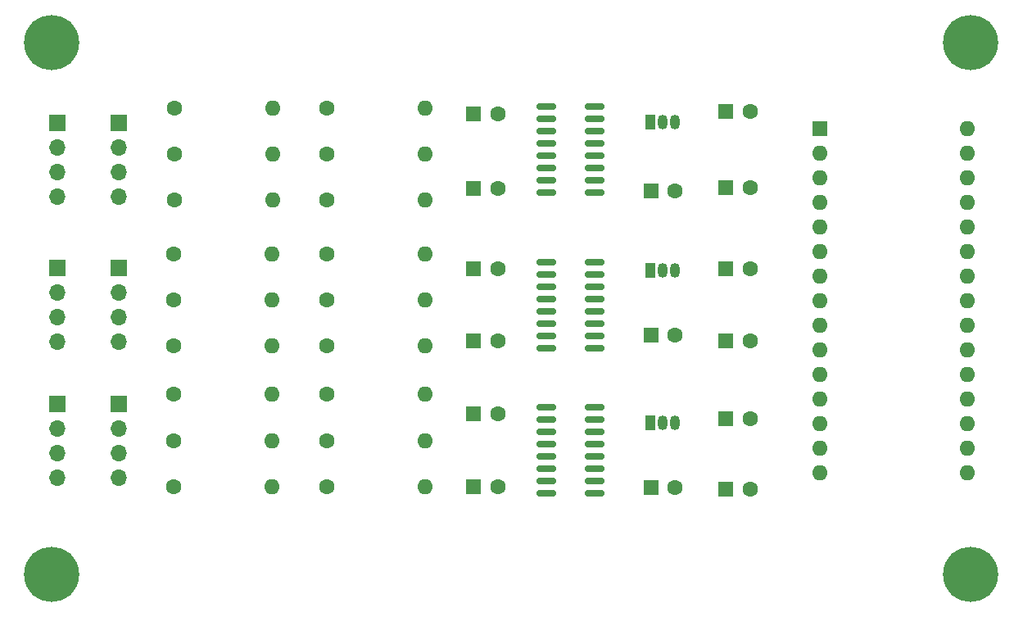
<source format=gts>
%TF.GenerationSoftware,KiCad,Pcbnew,6.0.1-79c1e3a40b~116~ubuntu21.04.1*%
%TF.CreationDate,2022-04-23T17:06:41-04:00*%
%TF.ProjectId,wing_tester,77696e67-5f74-4657-9374-65722e6b6963,rev?*%
%TF.SameCoordinates,Original*%
%TF.FileFunction,Soldermask,Top*%
%TF.FilePolarity,Negative*%
%FSLAX46Y46*%
G04 Gerber Fmt 4.6, Leading zero omitted, Abs format (unit mm)*
G04 Created by KiCad (PCBNEW 6.0.1-79c1e3a40b~116~ubuntu21.04.1) date 2022-04-23 17:06:41*
%MOMM*%
%LPD*%
G01*
G04 APERTURE LIST*
G04 Aperture macros list*
%AMRoundRect*
0 Rectangle with rounded corners*
0 $1 Rounding radius*
0 $2 $3 $4 $5 $6 $7 $8 $9 X,Y pos of 4 corners*
0 Add a 4 corners polygon primitive as box body*
4,1,4,$2,$3,$4,$5,$6,$7,$8,$9,$2,$3,0*
0 Add four circle primitives for the rounded corners*
1,1,$1+$1,$2,$3*
1,1,$1+$1,$4,$5*
1,1,$1+$1,$6,$7*
1,1,$1+$1,$8,$9*
0 Add four rect primitives between the rounded corners*
20,1,$1+$1,$2,$3,$4,$5,0*
20,1,$1+$1,$4,$5,$6,$7,0*
20,1,$1+$1,$6,$7,$8,$9,0*
20,1,$1+$1,$8,$9,$2,$3,0*%
G04 Aperture macros list end*
%ADD10C,1.600000*%
%ADD11R,1.600000X1.600000*%
%ADD12O,1.600000X1.600000*%
%ADD13R,1.700000X1.700000*%
%ADD14O,1.700000X1.700000*%
%ADD15R,1.050000X1.500000*%
%ADD16O,1.050000X1.500000*%
%ADD17RoundRect,0.150000X-0.850000X-0.150000X0.850000X-0.150000X0.850000X0.150000X-0.850000X0.150000X0*%
%ADD18C,5.700000*%
G04 APERTURE END LIST*
D10*
X174169888Y-95375000D03*
D11*
X171669888Y-95375000D03*
D10*
X166419888Y-102205000D03*
D11*
X163919888Y-102205000D03*
D10*
X130445000Y-113125000D03*
D12*
X140605000Y-113125000D03*
D13*
X102575000Y-95325000D03*
D14*
X102575000Y-97865000D03*
X102575000Y-100405000D03*
X102575000Y-102945000D03*
D10*
X114545000Y-103375000D03*
D12*
X124705000Y-103375000D03*
D10*
X174169888Y-118125000D03*
D11*
X171669888Y-118125000D03*
D15*
X163855000Y-111315000D03*
D16*
X165125000Y-111315000D03*
X166395000Y-111315000D03*
D10*
X130445000Y-117875000D03*
D12*
X140605000Y-117875000D03*
D10*
X114695000Y-83545000D03*
D12*
X124855000Y-83545000D03*
D13*
X108875000Y-95325000D03*
D14*
X108875000Y-97865000D03*
X108875000Y-100405000D03*
X108875000Y-102945000D03*
D11*
X145569888Y-87125000D03*
D10*
X148069888Y-87125000D03*
D11*
X171669888Y-102875000D03*
D10*
X174169888Y-102875000D03*
D17*
X153125000Y-78600000D03*
X153125000Y-79870000D03*
X153125000Y-81140000D03*
X153125000Y-82410000D03*
X153125000Y-83680000D03*
X153125000Y-84950000D03*
X153125000Y-86220000D03*
X153125000Y-87490000D03*
X158125000Y-87490000D03*
X158125000Y-86220000D03*
X158125000Y-84950000D03*
X158125000Y-83680000D03*
X158125000Y-82410000D03*
X158125000Y-81140000D03*
X158125000Y-79870000D03*
X158125000Y-78600000D03*
D10*
X130445000Y-93875000D03*
D12*
X140605000Y-93875000D03*
D13*
X108875000Y-109325000D03*
D14*
X108875000Y-111865000D03*
X108875000Y-114405000D03*
X108875000Y-116945000D03*
D11*
X145569888Y-102875000D03*
D10*
X148069888Y-102875000D03*
X130445000Y-103375000D03*
D12*
X140605000Y-103375000D03*
D18*
X197000000Y-127000000D03*
D17*
X153125000Y-109680000D03*
X153125000Y-110950000D03*
X153125000Y-112220000D03*
X153125000Y-113490000D03*
X153125000Y-114760000D03*
X153125000Y-116030000D03*
X153125000Y-117300000D03*
X153125000Y-118570000D03*
X158125000Y-118570000D03*
X158125000Y-117300000D03*
X158125000Y-116030000D03*
X158125000Y-114760000D03*
X158125000Y-113490000D03*
X158125000Y-112220000D03*
X158125000Y-110950000D03*
X158125000Y-109680000D03*
D10*
X130445000Y-108375000D03*
D12*
X140605000Y-108375000D03*
D18*
X102000000Y-72000000D03*
D10*
X130445000Y-78795000D03*
D12*
X140605000Y-78795000D03*
D10*
X114545000Y-93875000D03*
D12*
X124705000Y-93875000D03*
D10*
X114545000Y-113125000D03*
D12*
X124705000Y-113125000D03*
D10*
X174169888Y-79125000D03*
D11*
X171669888Y-79125000D03*
D15*
X163855000Y-80235000D03*
D16*
X165125000Y-80235000D03*
X166395000Y-80235000D03*
D10*
X174169888Y-110875000D03*
D11*
X171669888Y-110875000D03*
D17*
X153125000Y-94680000D03*
X153125000Y-95950000D03*
X153125000Y-97220000D03*
X153125000Y-98490000D03*
X153125000Y-99760000D03*
X153125000Y-101030000D03*
X153125000Y-102300000D03*
X153125000Y-103570000D03*
X158125000Y-103570000D03*
X158125000Y-102300000D03*
X158125000Y-101030000D03*
X158125000Y-99760000D03*
X158125000Y-98490000D03*
X158125000Y-97220000D03*
X158125000Y-95950000D03*
X158125000Y-94680000D03*
D10*
X166419888Y-117955000D03*
D11*
X163919888Y-117955000D03*
D10*
X166419888Y-87375000D03*
D11*
X163919888Y-87375000D03*
D13*
X108875000Y-80325000D03*
D14*
X108875000Y-82865000D03*
X108875000Y-85405000D03*
X108875000Y-87945000D03*
D18*
X102000000Y-127000000D03*
D11*
X145569888Y-79375000D03*
D10*
X148069888Y-79375000D03*
D11*
X145569888Y-110375000D03*
D10*
X148069888Y-110375000D03*
D11*
X171669888Y-87045000D03*
D10*
X174169888Y-87045000D03*
D18*
X197000000Y-72000000D03*
D15*
X163855000Y-95565000D03*
D16*
X165125000Y-95565000D03*
X166395000Y-95565000D03*
D13*
X102575000Y-80325000D03*
D14*
X102575000Y-82865000D03*
X102575000Y-85405000D03*
X102575000Y-87945000D03*
D11*
X181390000Y-80875000D03*
D12*
X181390000Y-83415000D03*
X181390000Y-85955000D03*
X181390000Y-88495000D03*
X181390000Y-91035000D03*
X181390000Y-93575000D03*
X181390000Y-96115000D03*
X181390000Y-98655000D03*
X181390000Y-101195000D03*
X181390000Y-103735000D03*
X181390000Y-106275000D03*
X181390000Y-108815000D03*
X181390000Y-111355000D03*
X181390000Y-113895000D03*
X181390000Y-116435000D03*
X196630000Y-116435000D03*
X196630000Y-113895000D03*
X196630000Y-111355000D03*
X196630000Y-108815000D03*
X196630000Y-106275000D03*
X196630000Y-103735000D03*
X196630000Y-101195000D03*
X196630000Y-98655000D03*
X196630000Y-96115000D03*
X196630000Y-93575000D03*
X196630000Y-91035000D03*
X196630000Y-88495000D03*
X196630000Y-85955000D03*
X196630000Y-83415000D03*
X196630000Y-80875000D03*
D10*
X130445000Y-83545000D03*
D12*
X140605000Y-83545000D03*
D10*
X114695000Y-78795000D03*
D12*
X124855000Y-78795000D03*
D11*
X145569888Y-95375000D03*
D10*
X148069888Y-95375000D03*
X114545000Y-108375000D03*
D12*
X124705000Y-108375000D03*
D10*
X130445000Y-98625000D03*
D12*
X140605000Y-98625000D03*
D11*
X145569888Y-117875000D03*
D10*
X148069888Y-117875000D03*
X130445000Y-88295000D03*
D12*
X140605000Y-88295000D03*
D10*
X114695000Y-88295000D03*
D12*
X124855000Y-88295000D03*
D10*
X114545000Y-98625000D03*
D12*
X124705000Y-98625000D03*
D13*
X102575000Y-109325000D03*
D14*
X102575000Y-111865000D03*
X102575000Y-114405000D03*
X102575000Y-116945000D03*
D10*
X114545000Y-117875000D03*
D12*
X124705000Y-117875000D03*
M02*

</source>
